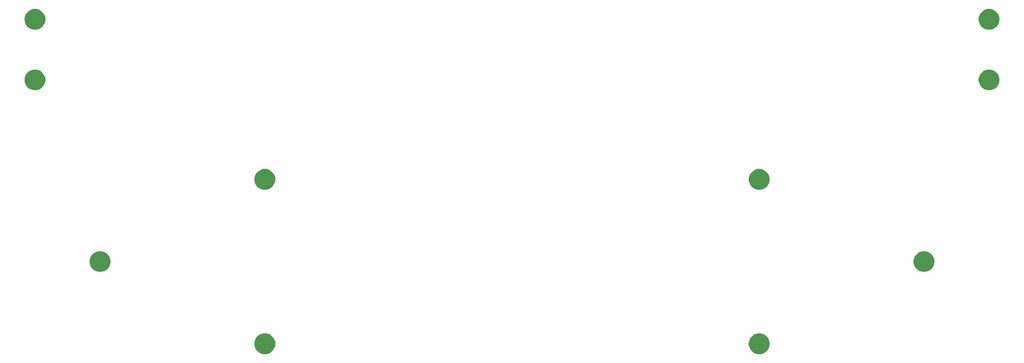
<source format=gbs>
G04 #@! TF.GenerationSoftware,KiCad,Pcbnew,(5.1.5-0-10_14)*
G04 #@! TF.CreationDate,2020-04-12T19:04:30-04:00*
G04 #@! TF.ProjectId,plaid_bottom,706c6169-645f-4626-9f74-746f6d2e6b69,rev?*
G04 #@! TF.SameCoordinates,PX2faf080PY2faf080*
G04 #@! TF.FileFunction,Soldermask,Bot*
G04 #@! TF.FilePolarity,Negative*
%FSLAX46Y46*%
G04 Gerber Fmt 4.6, Leading zero omitted, Abs format (unit mm)*
G04 Created by KiCad (PCBNEW (5.1.5-0-10_14)) date 2020-04-12 19:04:30*
%MOMM*%
%LPD*%
G04 APERTURE LIST*
%ADD10C,0.100000*%
G04 APERTURE END LIST*
D10*
G36*
X171700054Y-76692230D02*
G01*
X172136826Y-76873147D01*
X172529911Y-77135798D01*
X172864202Y-77470089D01*
X173126853Y-77863174D01*
X173307770Y-78299946D01*
X173400000Y-78763621D01*
X173400000Y-79236379D01*
X173307770Y-79700054D01*
X173126853Y-80136826D01*
X172864202Y-80529911D01*
X172529911Y-80864202D01*
X172136826Y-81126853D01*
X171700054Y-81307770D01*
X171236379Y-81400000D01*
X170763621Y-81400000D01*
X170299946Y-81307770D01*
X169863174Y-81126853D01*
X169470089Y-80864202D01*
X169135798Y-80529911D01*
X168873147Y-80136826D01*
X168692230Y-79700054D01*
X168600000Y-79236379D01*
X168600000Y-78763621D01*
X168692230Y-78299946D01*
X168873147Y-77863174D01*
X169135798Y-77470089D01*
X169470089Y-77135798D01*
X169863174Y-76873147D01*
X170299946Y-76692230D01*
X170763621Y-76600000D01*
X171236379Y-76600000D01*
X171700054Y-76692230D01*
G37*
G36*
X57700054Y-76692230D02*
G01*
X58136826Y-76873147D01*
X58529911Y-77135798D01*
X58864202Y-77470089D01*
X59126853Y-77863174D01*
X59307770Y-78299946D01*
X59400000Y-78763621D01*
X59400000Y-79236379D01*
X59307770Y-79700054D01*
X59126853Y-80136826D01*
X58864202Y-80529911D01*
X58529911Y-80864202D01*
X58136826Y-81126853D01*
X57700054Y-81307770D01*
X57236379Y-81400000D01*
X56763621Y-81400000D01*
X56299946Y-81307770D01*
X55863174Y-81126853D01*
X55470089Y-80864202D01*
X55135798Y-80529911D01*
X54873147Y-80136826D01*
X54692230Y-79700054D01*
X54600000Y-79236379D01*
X54600000Y-78763621D01*
X54692230Y-78299946D01*
X54873147Y-77863174D01*
X55135798Y-77470089D01*
X55470089Y-77135798D01*
X55863174Y-76873147D01*
X56299946Y-76692230D01*
X56763621Y-76600000D01*
X57236379Y-76600000D01*
X57700054Y-76692230D01*
G37*
G36*
X209700054Y-57692230D02*
G01*
X210136826Y-57873147D01*
X210529911Y-58135798D01*
X210864202Y-58470089D01*
X211126853Y-58863174D01*
X211307770Y-59299946D01*
X211400000Y-59763621D01*
X211400000Y-60236379D01*
X211307770Y-60700054D01*
X211126853Y-61136826D01*
X210864202Y-61529911D01*
X210529911Y-61864202D01*
X210136826Y-62126853D01*
X209700054Y-62307770D01*
X209236379Y-62400000D01*
X208763621Y-62400000D01*
X208299946Y-62307770D01*
X207863174Y-62126853D01*
X207470089Y-61864202D01*
X207135798Y-61529911D01*
X206873147Y-61136826D01*
X206692230Y-60700054D01*
X206600000Y-60236379D01*
X206600000Y-59763621D01*
X206692230Y-59299946D01*
X206873147Y-58863174D01*
X207135798Y-58470089D01*
X207470089Y-58135798D01*
X207863174Y-57873147D01*
X208299946Y-57692230D01*
X208763621Y-57600000D01*
X209236379Y-57600000D01*
X209700054Y-57692230D01*
G37*
G36*
X19700054Y-57692230D02*
G01*
X20136826Y-57873147D01*
X20529911Y-58135798D01*
X20864202Y-58470089D01*
X21126853Y-58863174D01*
X21307770Y-59299946D01*
X21400000Y-59763621D01*
X21400000Y-60236379D01*
X21307770Y-60700054D01*
X21126853Y-61136826D01*
X20864202Y-61529911D01*
X20529911Y-61864202D01*
X20136826Y-62126853D01*
X19700054Y-62307770D01*
X19236379Y-62400000D01*
X18763621Y-62400000D01*
X18299946Y-62307770D01*
X17863174Y-62126853D01*
X17470089Y-61864202D01*
X17135798Y-61529911D01*
X16873147Y-61136826D01*
X16692230Y-60700054D01*
X16600000Y-60236379D01*
X16600000Y-59763621D01*
X16692230Y-59299946D01*
X16873147Y-58863174D01*
X17135798Y-58470089D01*
X17470089Y-58135798D01*
X17863174Y-57873147D01*
X18299946Y-57692230D01*
X18763621Y-57600000D01*
X19236379Y-57600000D01*
X19700054Y-57692230D01*
G37*
G36*
X171700054Y-38692230D02*
G01*
X172136826Y-38873147D01*
X172529911Y-39135798D01*
X172864202Y-39470089D01*
X173126853Y-39863174D01*
X173307770Y-40299946D01*
X173400000Y-40763621D01*
X173400000Y-41236379D01*
X173307770Y-41700054D01*
X173126853Y-42136826D01*
X172864202Y-42529911D01*
X172529911Y-42864202D01*
X172136826Y-43126853D01*
X171700054Y-43307770D01*
X171236379Y-43400000D01*
X170763621Y-43400000D01*
X170299946Y-43307770D01*
X169863174Y-43126853D01*
X169470089Y-42864202D01*
X169135798Y-42529911D01*
X168873147Y-42136826D01*
X168692230Y-41700054D01*
X168600000Y-41236379D01*
X168600000Y-40763621D01*
X168692230Y-40299946D01*
X168873147Y-39863174D01*
X169135798Y-39470089D01*
X169470089Y-39135798D01*
X169863174Y-38873147D01*
X170299946Y-38692230D01*
X170763621Y-38600000D01*
X171236379Y-38600000D01*
X171700054Y-38692230D01*
G37*
G36*
X57700054Y-38692230D02*
G01*
X58136826Y-38873147D01*
X58529911Y-39135798D01*
X58864202Y-39470089D01*
X59126853Y-39863174D01*
X59307770Y-40299946D01*
X59400000Y-40763621D01*
X59400000Y-41236379D01*
X59307770Y-41700054D01*
X59126853Y-42136826D01*
X58864202Y-42529911D01*
X58529911Y-42864202D01*
X58136826Y-43126853D01*
X57700054Y-43307770D01*
X57236379Y-43400000D01*
X56763621Y-43400000D01*
X56299946Y-43307770D01*
X55863174Y-43126853D01*
X55470089Y-42864202D01*
X55135798Y-42529911D01*
X54873147Y-42136826D01*
X54692230Y-41700054D01*
X54600000Y-41236379D01*
X54600000Y-40763621D01*
X54692230Y-40299946D01*
X54873147Y-39863174D01*
X55135798Y-39470089D01*
X55470089Y-39135798D01*
X55863174Y-38873147D01*
X56299946Y-38692230D01*
X56763621Y-38600000D01*
X57236379Y-38600000D01*
X57700054Y-38692230D01*
G37*
G36*
X224700054Y-15692230D02*
G01*
X225136826Y-15873147D01*
X225529911Y-16135798D01*
X225864202Y-16470089D01*
X226126853Y-16863174D01*
X226307770Y-17299946D01*
X226400000Y-17763621D01*
X226400000Y-18236379D01*
X226307770Y-18700054D01*
X226126853Y-19136826D01*
X225864202Y-19529911D01*
X225529911Y-19864202D01*
X225136826Y-20126853D01*
X224700054Y-20307770D01*
X224236379Y-20400000D01*
X223763621Y-20400000D01*
X223299946Y-20307770D01*
X222863174Y-20126853D01*
X222470089Y-19864202D01*
X222135798Y-19529911D01*
X221873147Y-19136826D01*
X221692230Y-18700054D01*
X221600000Y-18236379D01*
X221600000Y-17763621D01*
X221692230Y-17299946D01*
X221873147Y-16863174D01*
X222135798Y-16470089D01*
X222470089Y-16135798D01*
X222863174Y-15873147D01*
X223299946Y-15692230D01*
X223763621Y-15600000D01*
X224236379Y-15600000D01*
X224700054Y-15692230D01*
G37*
G36*
X4700054Y-15692230D02*
G01*
X5136826Y-15873147D01*
X5529911Y-16135798D01*
X5864202Y-16470089D01*
X6126853Y-16863174D01*
X6307770Y-17299946D01*
X6400000Y-17763621D01*
X6400000Y-18236379D01*
X6307770Y-18700054D01*
X6126853Y-19136826D01*
X5864202Y-19529911D01*
X5529911Y-19864202D01*
X5136826Y-20126853D01*
X4700054Y-20307770D01*
X4236379Y-20400000D01*
X3763621Y-20400000D01*
X3299946Y-20307770D01*
X2863174Y-20126853D01*
X2470089Y-19864202D01*
X2135798Y-19529911D01*
X1873147Y-19136826D01*
X1692230Y-18700054D01*
X1600000Y-18236379D01*
X1600000Y-17763621D01*
X1692230Y-17299946D01*
X1873147Y-16863174D01*
X2135798Y-16470089D01*
X2470089Y-16135798D01*
X2863174Y-15873147D01*
X3299946Y-15692230D01*
X3763621Y-15600000D01*
X4236379Y-15600000D01*
X4700054Y-15692230D01*
G37*
G36*
X224700054Y-1692230D02*
G01*
X225136826Y-1873147D01*
X225529911Y-2135798D01*
X225864202Y-2470089D01*
X226126853Y-2863174D01*
X226307770Y-3299946D01*
X226400000Y-3763621D01*
X226400000Y-4236379D01*
X226307770Y-4700054D01*
X226126853Y-5136826D01*
X225864202Y-5529911D01*
X225529911Y-5864202D01*
X225136826Y-6126853D01*
X224700054Y-6307770D01*
X224236379Y-6400000D01*
X223763621Y-6400000D01*
X223299946Y-6307770D01*
X222863174Y-6126853D01*
X222470089Y-5864202D01*
X222135798Y-5529911D01*
X221873147Y-5136826D01*
X221692230Y-4700054D01*
X221600000Y-4236379D01*
X221600000Y-3763621D01*
X221692230Y-3299946D01*
X221873147Y-2863174D01*
X222135798Y-2470089D01*
X222470089Y-2135798D01*
X222863174Y-1873147D01*
X223299946Y-1692230D01*
X223763621Y-1600000D01*
X224236379Y-1600000D01*
X224700054Y-1692230D01*
G37*
G36*
X4700054Y-1692230D02*
G01*
X5136826Y-1873147D01*
X5529911Y-2135798D01*
X5864202Y-2470089D01*
X6126853Y-2863174D01*
X6307770Y-3299946D01*
X6400000Y-3763621D01*
X6400000Y-4236379D01*
X6307770Y-4700054D01*
X6126853Y-5136826D01*
X5864202Y-5529911D01*
X5529911Y-5864202D01*
X5136826Y-6126853D01*
X4700054Y-6307770D01*
X4236379Y-6400000D01*
X3763621Y-6400000D01*
X3299946Y-6307770D01*
X2863174Y-6126853D01*
X2470089Y-5864202D01*
X2135798Y-5529911D01*
X1873147Y-5136826D01*
X1692230Y-4700054D01*
X1600000Y-4236379D01*
X1600000Y-3763621D01*
X1692230Y-3299946D01*
X1873147Y-2863174D01*
X2135798Y-2470089D01*
X2470089Y-2135798D01*
X2863174Y-1873147D01*
X3299946Y-1692230D01*
X3763621Y-1600000D01*
X4236379Y-1600000D01*
X4700054Y-1692230D01*
G37*
M02*

</source>
